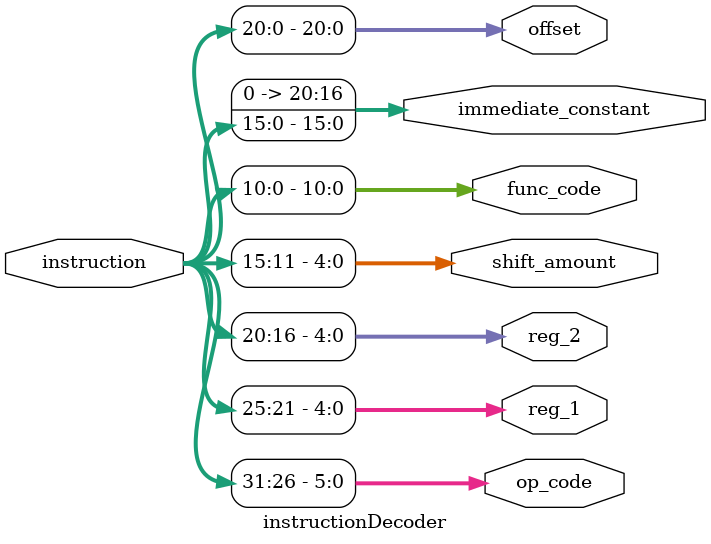
<source format=v>
`timescale 1ns / 1ps


module instructionDecoder(
    input [31:0] instruction,
    output wire [5:0] op_code,
    output wire [4:0] reg_1, 
    output wire [4:0] reg_2, 
    output wire [4:0] shift_amount, 
    output wire [10:0] func_code,
    output wire [20:0] immediate_constant, 
    output wire [20:0] offset 
);

    assign op_code = instruction[31:26];
    assign reg_1 = instruction[25:21];
    assign reg_2 = instruction[20:16];
    assign shift_amount = instruction[15:11];
    assign func_code = instruction[10:0];
    assign immediate_constant = instruction[15:0];
    assign offset = instruction[20:0];

endmodule 
</source>
